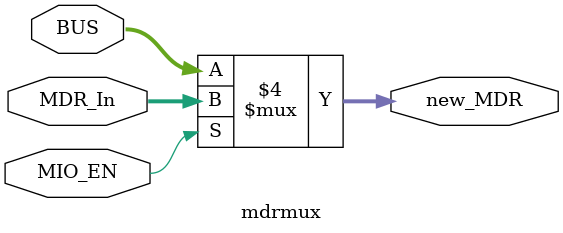
<source format=sv>
module mdrmux(
	input  logic [15:0] MDR_In, BUS,
	input  logic MIO_EN,
	output logic [15:0] new_MDR
);

always_comb begin
    if (MIO_EN == 1'b1) begin
        new_MDR = MDR_In; // data to cpu from memory
    end else begin
        new_MDR = BUS;
    end
end
//I feel like this can be always_comb and it maybe should be
	 
endmodule

</source>
